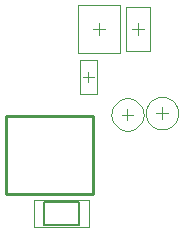
<source format=gbo>
G04*
G04 #@! TF.GenerationSoftware,Altium Limited,Altium Designer,20.1.10 (176)*
G04*
G04 Layer_Color=32896*
%FSLAX25Y25*%
%MOIN*%
G70*
G04*
G04 #@! TF.SameCoordinates,47FC04B2-C7EB-42E6-A48E-D7D1FD7ABD51*
G04*
G04*
G04 #@! TF.FilePolarity,Positive*
G04*
G01*
G75*
%ADD12C,0.01000*%
%ADD14C,0.00500*%
%ADD15C,0.00197*%
%ADD16C,0.00394*%
D12*
X-68539Y-198976D02*
Y-172976D01*
X-97539D02*
X-68539D01*
X-97539Y-198976D02*
Y-172976D01*
Y-198976D02*
X-68539D01*
D14*
X-84906Y-209437D02*
X-73094D01*
X-84906D02*
Y-201563D01*
X-73094D01*
Y-209437D02*
Y-201563D01*
X-84906Y-209437D02*
X-73094D01*
X-84906D02*
Y-201563D01*
X-73094D01*
Y-209437D02*
Y-201563D01*
D15*
X-40106Y-172000D02*
X-40198Y-171009D01*
X-40470Y-170052D01*
X-40914Y-169161D01*
X-41514Y-168366D01*
X-42250Y-167696D01*
X-43096Y-167172D01*
X-44024Y-166812D01*
X-45002Y-166629D01*
X-45998D01*
X-46976Y-166812D01*
X-47904Y-167172D01*
X-48750Y-167696D01*
X-49486Y-168366D01*
X-50086Y-169161D01*
X-50529Y-170052D01*
X-50802Y-171009D01*
X-50894Y-172000D01*
X-50802Y-172991D01*
X-50529Y-173948D01*
X-50086Y-174839D01*
X-49486Y-175634D01*
X-48750Y-176304D01*
X-47904Y-176828D01*
X-46976Y-177188D01*
X-45998Y-177371D01*
X-45002D01*
X-44024Y-177188D01*
X-43096Y-176828D01*
X-42250Y-176304D01*
X-41514Y-175634D01*
X-40914Y-174839D01*
X-40470Y-173948D01*
X-40198Y-172991D01*
X-40106Y-172000D01*
X-51606Y-172500D02*
X-51698Y-171509D01*
X-51970Y-170552D01*
X-52414Y-169661D01*
X-53014Y-168866D01*
X-53750Y-168196D01*
X-54596Y-167672D01*
X-55524Y-167312D01*
X-56502Y-167129D01*
X-57498D01*
X-58476Y-167312D01*
X-59404Y-167672D01*
X-60250Y-168196D01*
X-60986Y-168866D01*
X-61586Y-169661D01*
X-62029Y-170552D01*
X-62302Y-171509D01*
X-62394Y-172500D01*
X-62302Y-173491D01*
X-62029Y-174448D01*
X-61586Y-175339D01*
X-60986Y-176134D01*
X-60250Y-176804D01*
X-59404Y-177328D01*
X-58476Y-177688D01*
X-57498Y-177871D01*
X-56502D01*
X-55524Y-177688D01*
X-54596Y-177328D01*
X-53750Y-176804D01*
X-53014Y-176134D01*
X-52414Y-175339D01*
X-51970Y-174448D01*
X-51698Y-173491D01*
X-51606Y-172500D01*
X-72756Y-165709D02*
X-67244D01*
X-72756Y-154291D02*
X-67244D01*
X-72756Y-165709D02*
Y-154291D01*
X-67244Y-165709D02*
Y-154291D01*
X-49563Y-151283D02*
Y-136717D01*
X-57437Y-151283D02*
Y-136717D01*
X-49563D01*
X-57437Y-151283D02*
X-49563D01*
X-73390Y-151874D02*
Y-136126D01*
X-59610Y-151874D02*
Y-136126D01*
X-73390Y-151874D02*
X-59610D01*
X-73390Y-136126D02*
X-59610D01*
X-88094Y-200972D02*
X-69906D01*
X-88094Y-210028D02*
Y-200972D01*
Y-210028D02*
X-69906D01*
Y-200972D01*
D16*
X-45500Y-173968D02*
Y-170031D01*
X-47468Y-172000D02*
X-43531D01*
X-45500Y-173968D02*
Y-170031D01*
X-47468Y-172000D02*
X-43531D01*
X-57000Y-174468D02*
Y-170531D01*
X-58968Y-172500D02*
X-55031D01*
X-57000Y-174468D02*
Y-170531D01*
X-58968Y-172500D02*
X-55031D01*
X-70000Y-161772D02*
Y-158228D01*
X-71772Y-160000D02*
X-68228D01*
X-55469Y-144000D02*
X-51532D01*
X-53500Y-145969D02*
Y-142031D01*
X-68468Y-144000D02*
X-64531D01*
X-66500Y-145968D02*
Y-142031D01*
M02*

</source>
